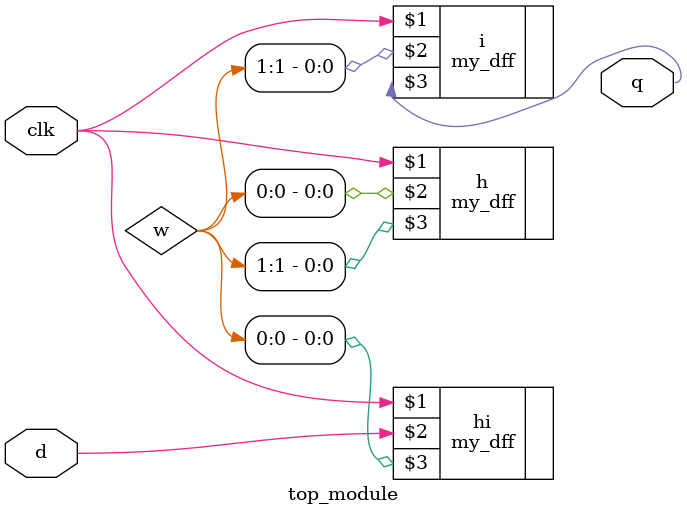
<source format=v>
module top_module ( input clk, input d, output q );
    wire[1:0]w;
    my_dff hi(clk,d,w[0]);
    my_dff h(clk,w[0],w[1]);
    my_dff i(clk,w[1],q);
endmodule
</source>
